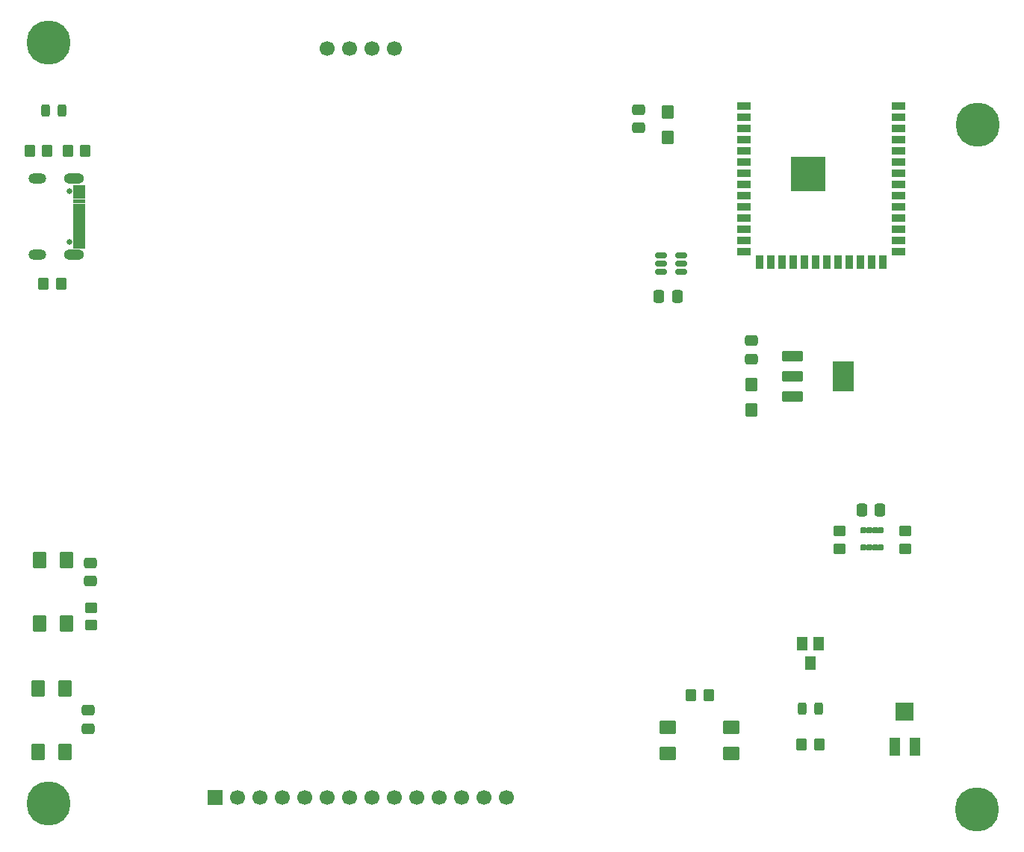
<source format=gbr>
%TF.GenerationSoftware,KiCad,Pcbnew,9.0.1*%
%TF.CreationDate,2025-06-20T23:10:46-05:00*%
%TF.ProjectId,LVGL_Training_Board,4c56474c-5f54-4726-9169-6e696e675f42,rev?*%
%TF.SameCoordinates,Original*%
%TF.FileFunction,Soldermask,Top*%
%TF.FilePolarity,Negative*%
%FSLAX46Y46*%
G04 Gerber Fmt 4.6, Leading zero omitted, Abs format (unit mm)*
G04 Created by KiCad (PCBNEW 9.0.1) date 2025-06-20 23:10:46*
%MOMM*%
%LPD*%
G01*
G04 APERTURE LIST*
G04 Aperture macros list*
%AMRoundRect*
0 Rectangle with rounded corners*
0 $1 Rounding radius*
0 $2 $3 $4 $5 $6 $7 $8 $9 X,Y pos of 4 corners*
0 Add a 4 corners polygon primitive as box body*
4,1,4,$2,$3,$4,$5,$6,$7,$8,$9,$2,$3,0*
0 Add four circle primitives for the rounded corners*
1,1,$1+$1,$2,$3*
1,1,$1+$1,$4,$5*
1,1,$1+$1,$6,$7*
1,1,$1+$1,$8,$9*
0 Add four rect primitives between the rounded corners*
20,1,$1+$1,$2,$3,$4,$5,0*
20,1,$1+$1,$4,$5,$6,$7,0*
20,1,$1+$1,$6,$7,$8,$9,0*
20,1,$1+$1,$8,$9,$2,$3,0*%
G04 Aperture macros list end*
%ADD10C,0.010000*%
%ADD11RoundRect,0.243750X-0.243750X-0.456250X0.243750X-0.456250X0.243750X0.456250X-0.243750X0.456250X0*%
%ADD12RoundRect,0.250000X-0.350000X-0.450000X0.350000X-0.450000X0.350000X0.450000X-0.350000X0.450000X0*%
%ADD13RoundRect,0.102000X0.500000X0.700000X-0.500000X0.700000X-0.500000X-0.700000X0.500000X-0.700000X0*%
%ADD14RoundRect,0.081750X-0.245250X0.265250X-0.245250X-0.265250X0.245250X-0.265250X0.245250X0.265250X0*%
%ADD15RoundRect,0.250000X-0.450000X0.350000X-0.450000X-0.350000X0.450000X-0.350000X0.450000X0.350000X0*%
%ADD16RoundRect,0.250000X-0.337500X-0.475000X0.337500X-0.475000X0.337500X0.475000X-0.337500X0.475000X0*%
%ADD17R,1.300000X2.000000*%
%ADD18R,2.000000X2.000000*%
%ADD19RoundRect,0.102000X-0.800000X0.700000X-0.800000X-0.700000X0.800000X-0.700000X0.800000X0.700000X0*%
%ADD20RoundRect,0.250000X0.350000X0.450000X-0.350000X0.450000X-0.350000X-0.450000X0.350000X-0.450000X0*%
%ADD21RoundRect,0.102000X-1.075000X-0.475000X1.075000X-0.475000X1.075000X0.475000X-1.075000X0.475000X0*%
%ADD22RoundRect,0.102000X-1.075000X-1.625000X1.075000X-1.625000X1.075000X1.625000X-1.075000X1.625000X0*%
%ADD23RoundRect,0.250000X0.450000X-0.350000X0.450000X0.350000X-0.450000X0.350000X-0.450000X-0.350000X0*%
%ADD24C,5.000000*%
%ADD25RoundRect,0.102000X0.700000X0.800000X-0.700000X0.800000X-0.700000X-0.800000X0.700000X-0.800000X0*%
%ADD26RoundRect,0.250000X-0.475000X0.337500X-0.475000X-0.337500X0.475000X-0.337500X0.475000X0.337500X0*%
%ADD27R,1.700000X1.700000*%
%ADD28C,1.700000*%
%ADD29RoundRect,0.250000X0.445000X-0.545000X0.445000X0.545000X-0.445000X0.545000X-0.445000X-0.545000X0*%
%ADD30RoundRect,0.243750X0.243750X0.456250X-0.243750X0.456250X-0.243750X-0.456250X0.243750X-0.456250X0*%
%ADD31RoundRect,0.150000X-0.512500X-0.150000X0.512500X-0.150000X0.512500X0.150000X-0.512500X0.150000X0*%
%ADD32C,0.650000*%
%ADD33O,2.304000X1.204000*%
%ADD34O,2.004000X1.204000*%
%ADD35RoundRect,0.250000X0.337500X0.475000X-0.337500X0.475000X-0.337500X-0.475000X0.337500X-0.475000X0*%
%ADD36R,1.500000X0.900000*%
%ADD37R,0.900000X1.500000*%
%ADD38C,0.600000*%
%ADD39R,3.900000X3.900000*%
%ADD40RoundRect,0.250000X0.475000X-0.337500X0.475000X0.337500X-0.475000X0.337500X-0.475000X-0.337500X0*%
G04 APERTURE END LIST*
D10*
%TO.C,J1*%
X94667500Y-74022500D02*
X93417500Y-74022500D01*
X93417500Y-73322500D01*
X94667500Y-73322500D01*
X94667500Y-74022500D01*
G36*
X94667500Y-74022500D02*
G01*
X93417500Y-74022500D01*
X93417500Y-73322500D01*
X94667500Y-73322500D01*
X94667500Y-74022500D01*
G37*
X94667500Y-74822500D02*
X93417500Y-74822500D01*
X93417500Y-74122500D01*
X94667500Y-74122500D01*
X94667500Y-74822500D01*
G36*
X94667500Y-74822500D02*
G01*
X93417500Y-74822500D01*
X93417500Y-74122500D01*
X94667500Y-74122500D01*
X94667500Y-74822500D01*
G37*
X94667500Y-75322500D02*
X93417500Y-75322500D01*
X93417500Y-74922500D01*
X94667500Y-74922500D01*
X94667500Y-75322500D01*
G36*
X94667500Y-75322500D02*
G01*
X93417500Y-75322500D01*
X93417500Y-74922500D01*
X94667500Y-74922500D01*
X94667500Y-75322500D01*
G37*
X94667500Y-75822500D02*
X93417500Y-75822500D01*
X93417500Y-75422500D01*
X94667500Y-75422500D01*
X94667500Y-75822500D01*
G36*
X94667500Y-75822500D02*
G01*
X93417500Y-75822500D01*
X93417500Y-75422500D01*
X94667500Y-75422500D01*
X94667500Y-75822500D01*
G37*
X94667500Y-76322500D02*
X93417500Y-76322500D01*
X93417500Y-75922500D01*
X94667500Y-75922500D01*
X94667500Y-76322500D01*
G36*
X94667500Y-76322500D02*
G01*
X93417500Y-76322500D01*
X93417500Y-75922500D01*
X94667500Y-75922500D01*
X94667500Y-76322500D01*
G37*
X94667500Y-76822500D02*
X93417500Y-76822500D01*
X93417500Y-76422500D01*
X94667500Y-76422500D01*
X94667500Y-76822500D01*
G36*
X94667500Y-76822500D02*
G01*
X93417500Y-76822500D01*
X93417500Y-76422500D01*
X94667500Y-76422500D01*
X94667500Y-76822500D01*
G37*
X94667500Y-77322500D02*
X93417500Y-77322500D01*
X93417500Y-76922500D01*
X94667500Y-76922500D01*
X94667500Y-77322500D01*
G36*
X94667500Y-77322500D02*
G01*
X93417500Y-77322500D01*
X93417500Y-76922500D01*
X94667500Y-76922500D01*
X94667500Y-77322500D01*
G37*
X94667500Y-77822500D02*
X93417500Y-77822500D01*
X93417500Y-77422500D01*
X94667500Y-77422500D01*
X94667500Y-77822500D01*
G36*
X94667500Y-77822500D02*
G01*
X93417500Y-77822500D01*
X93417500Y-77422500D01*
X94667500Y-77422500D01*
X94667500Y-77822500D01*
G37*
X94667500Y-78322500D02*
X93417500Y-78322500D01*
X93417500Y-77922500D01*
X94667500Y-77922500D01*
X94667500Y-78322500D01*
G36*
X94667500Y-78322500D02*
G01*
X93417500Y-78322500D01*
X93417500Y-77922500D01*
X94667500Y-77922500D01*
X94667500Y-78322500D01*
G37*
X94667500Y-78822500D02*
X93417500Y-78822500D01*
X93417500Y-78422500D01*
X94667500Y-78422500D01*
X94667500Y-78822500D01*
G36*
X94667500Y-78822500D02*
G01*
X93417500Y-78822500D01*
X93417500Y-78422500D01*
X94667500Y-78422500D01*
X94667500Y-78822500D01*
G37*
X94667500Y-79622500D02*
X93417500Y-79622500D01*
X93417500Y-78922500D01*
X94667500Y-78922500D01*
X94667500Y-79622500D01*
G36*
X94667500Y-79622500D02*
G01*
X93417500Y-79622500D01*
X93417500Y-78922500D01*
X94667500Y-78922500D01*
X94667500Y-79622500D01*
G37*
X94667500Y-80422500D02*
X93417500Y-80422500D01*
X93417500Y-79722500D01*
X94667500Y-79722500D01*
X94667500Y-80422500D01*
G36*
X94667500Y-80422500D02*
G01*
X93417500Y-80422500D01*
X93417500Y-79722500D01*
X94667500Y-79722500D01*
X94667500Y-80422500D01*
G37*
%TD*%
D11*
%TO.C,LED2*%
X177907500Y-132700000D03*
X176032500Y-132700000D03*
%TD*%
D12*
%TO.C,R9*%
X177950000Y-136800000D03*
X175950000Y-136800000D03*
%TD*%
D13*
%TO.C,U6*%
X177900000Y-125350000D03*
X176000000Y-125350000D03*
X176950000Y-127550000D03*
%TD*%
D14*
%TO.C,U9*%
X183625000Y-114420000D03*
X184275000Y-114420000D03*
X184925000Y-114420000D03*
X182975000Y-114420000D03*
X183625000Y-112480000D03*
X184275000Y-112480000D03*
X184925000Y-112480000D03*
X182975000Y-112480000D03*
%TD*%
D15*
%TO.C,R13*%
X187675000Y-112537500D03*
X187675000Y-114537500D03*
%TD*%
%TO.C,R12*%
X180225000Y-112537500D03*
X180225000Y-114537500D03*
%TD*%
D16*
%TO.C,C8*%
X182787500Y-110170000D03*
X184862500Y-110170000D03*
%TD*%
D17*
%TO.C,VR1*%
X186500000Y-137050000D03*
X188800000Y-137050000D03*
D18*
X187650000Y-133050000D03*
%TD*%
D19*
%TO.C,S3*%
X168000000Y-134800000D03*
X160800000Y-134800000D03*
X168000000Y-137800000D03*
X160800000Y-137800000D03*
%TD*%
D20*
%TO.C,R6*%
X165400000Y-131200000D03*
X163400000Y-131200000D03*
%TD*%
D21*
%TO.C,U1*%
X174900000Y-92700000D03*
X174900000Y-95000000D03*
X174900000Y-97300000D03*
D22*
X180700000Y-95000000D03*
%TD*%
D23*
%TO.C,R4*%
X95400000Y-123250000D03*
X95400000Y-121250000D03*
%TD*%
D24*
%TO.C,H3*%
X90550000Y-143450000D03*
%TD*%
D25*
%TO.C,S1*%
X92412500Y-137600000D03*
X92412500Y-130400000D03*
X89412500Y-137600000D03*
X89412500Y-130400000D03*
%TD*%
D26*
%TO.C,C1*%
X170300000Y-90962500D03*
X170300000Y-93037500D03*
%TD*%
D27*
%TO.C,U4*%
X109440000Y-142760000D03*
D28*
X111980000Y-142760000D03*
X114520000Y-142760000D03*
X117060000Y-142760000D03*
X119600000Y-142760000D03*
X122140000Y-142760000D03*
X124680000Y-142760000D03*
X127220000Y-142760000D03*
X129760000Y-142760000D03*
X132300000Y-142760000D03*
X134840000Y-142760000D03*
X137380000Y-142760000D03*
X139920000Y-142760000D03*
X142460000Y-142760000D03*
X122140000Y-57840000D03*
X124680000Y-57840000D03*
X127220000Y-57840000D03*
X129760000Y-57840000D03*
%TD*%
D29*
%TO.C,C3*%
X160750000Y-67890000D03*
X160750000Y-65010000D03*
%TD*%
%TO.C,C2*%
X170300000Y-98840000D03*
X170300000Y-95960000D03*
%TD*%
D12*
%TO.C,R1*%
X92750000Y-69450000D03*
X94750000Y-69450000D03*
%TD*%
D30*
%TO.C,LED1*%
X92137500Y-64900000D03*
X90262500Y-64900000D03*
%TD*%
D25*
%TO.C,S2*%
X92612500Y-123050000D03*
X92612500Y-115850000D03*
X89612500Y-123050000D03*
X89612500Y-115850000D03*
%TD*%
D31*
%TO.C,U3*%
X160012500Y-81300000D03*
X160012500Y-82250000D03*
X160012500Y-83200000D03*
X162287500Y-83200000D03*
X162287500Y-82250000D03*
X162287500Y-81300000D03*
%TD*%
D32*
%TO.C,J1*%
X92967500Y-73982500D03*
X92967500Y-79762500D03*
D33*
X93467500Y-72552500D03*
X93467500Y-81192500D03*
D34*
X89287500Y-72552500D03*
X89287500Y-81192500D03*
%TD*%
D35*
%TO.C,C5*%
X161837500Y-85950000D03*
X159762500Y-85950000D03*
%TD*%
D26*
%TO.C,C7*%
X95350000Y-116162500D03*
X95350000Y-118237500D03*
%TD*%
D24*
%TO.C,H2*%
X195850000Y-144150000D03*
%TD*%
D20*
%TO.C,R3*%
X90450000Y-69450000D03*
X88450000Y-69450000D03*
%TD*%
D26*
%TO.C,C6*%
X95062500Y-132900000D03*
X95062500Y-134975000D03*
%TD*%
D20*
%TO.C,R2*%
X91987500Y-84522500D03*
X89987500Y-84522500D03*
%TD*%
D36*
%TO.C,U2*%
X169450000Y-64330000D03*
X169450000Y-65600000D03*
X169450000Y-66870000D03*
X169450000Y-68140000D03*
X169450000Y-69410000D03*
X169450000Y-70680000D03*
X169450000Y-71950000D03*
X169450000Y-73220000D03*
X169450000Y-74490000D03*
X169450000Y-75760000D03*
X169450000Y-77030000D03*
X169450000Y-78300000D03*
X169450000Y-79570000D03*
X169450000Y-80840000D03*
D37*
X171215000Y-82090000D03*
X172485000Y-82090000D03*
X173755000Y-82090000D03*
X175025000Y-82090000D03*
X176295000Y-82090000D03*
X177565000Y-82090000D03*
X178835000Y-82090000D03*
X180105000Y-82090000D03*
X181375000Y-82090000D03*
X182645000Y-82090000D03*
X183915000Y-82090000D03*
X185185000Y-82090000D03*
D36*
X186950000Y-80840000D03*
X186950000Y-79570000D03*
X186950000Y-78300000D03*
X186950000Y-77030000D03*
X186950000Y-75760000D03*
X186950000Y-74490000D03*
X186950000Y-73220000D03*
X186950000Y-71950000D03*
X186950000Y-70680000D03*
X186950000Y-69410000D03*
X186950000Y-68140000D03*
X186950000Y-66870000D03*
X186950000Y-65600000D03*
X186950000Y-64330000D03*
D38*
X175300000Y-71350000D03*
X175300000Y-72750000D03*
X176000000Y-70650000D03*
X176000000Y-72050000D03*
X176000000Y-73450000D03*
X176700000Y-71350000D03*
D39*
X176700000Y-72050000D03*
D38*
X176700000Y-72750000D03*
X177400000Y-70650000D03*
X177400000Y-72050000D03*
X177400000Y-73450000D03*
X178100000Y-71350000D03*
X178100000Y-72750000D03*
%TD*%
D40*
%TO.C,C4*%
X157450000Y-66837500D03*
X157450000Y-64762500D03*
%TD*%
D24*
%TO.C,H4*%
X90550000Y-57150000D03*
%TD*%
%TO.C,H1*%
X195900000Y-66500000D03*
%TD*%
M02*

</source>
